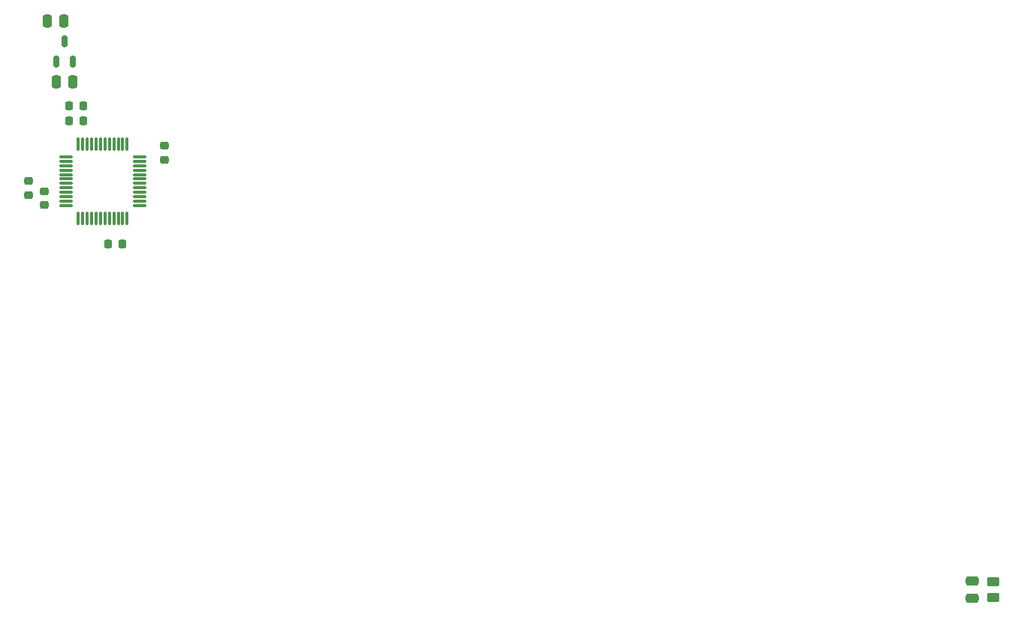
<source format=gbr>
%TF.GenerationSoftware,KiCad,Pcbnew,8.0.2*%
%TF.CreationDate,2025-12-13T15:02:25-08:00*%
%TF.ProjectId,mx-unsaver-main,6d782d75-6e73-4617-9665-722d6d61696e,rev?*%
%TF.SameCoordinates,Original*%
%TF.FileFunction,Paste,Top*%
%TF.FilePolarity,Positive*%
%FSLAX46Y46*%
G04 Gerber Fmt 4.6, Leading zero omitted, Abs format (unit mm)*
G04 Created by KiCad (PCBNEW 8.0.2) date 2025-12-13 15:02:25*
%MOMM*%
%LPD*%
G01*
G04 APERTURE LIST*
G04 Aperture macros list*
%AMRoundRect*
0 Rectangle with rounded corners*
0 $1 Rounding radius*
0 $2 $3 $4 $5 $6 $7 $8 $9 X,Y pos of 4 corners*
0 Add a 4 corners polygon primitive as box body*
4,1,4,$2,$3,$4,$5,$6,$7,$8,$9,$2,$3,0*
0 Add four circle primitives for the rounded corners*
1,1,$1+$1,$2,$3*
1,1,$1+$1,$4,$5*
1,1,$1+$1,$6,$7*
1,1,$1+$1,$8,$9*
0 Add four rect primitives between the rounded corners*
20,1,$1+$1,$2,$3,$4,$5,0*
20,1,$1+$1,$4,$5,$6,$7,0*
20,1,$1+$1,$6,$7,$8,$9,0*
20,1,$1+$1,$8,$9,$2,$3,0*%
G04 Aperture macros list end*
%ADD10RoundRect,0.250000X0.450000X-0.262500X0.450000X0.262500X-0.450000X0.262500X-0.450000X-0.262500X0*%
%ADD11RoundRect,0.250000X0.250000X0.475000X-0.250000X0.475000X-0.250000X-0.475000X0.250000X-0.475000X0*%
%ADD12RoundRect,0.225000X-0.225000X-0.250000X0.225000X-0.250000X0.225000X0.250000X-0.225000X0.250000X0*%
%ADD13RoundRect,0.250000X0.475000X-0.250000X0.475000X0.250000X-0.475000X0.250000X-0.475000X-0.250000X0*%
%ADD14RoundRect,0.225000X0.250000X-0.225000X0.250000X0.225000X-0.250000X0.225000X-0.250000X-0.225000X0*%
%ADD15RoundRect,0.225000X0.225000X0.250000X-0.225000X0.250000X-0.225000X-0.250000X0.225000X-0.250000X0*%
%ADD16RoundRect,0.150000X0.150000X-0.512500X0.150000X0.512500X-0.150000X0.512500X-0.150000X-0.512500X0*%
%ADD17RoundRect,0.075000X0.075000X-0.662500X0.075000X0.662500X-0.075000X0.662500X-0.075000X-0.662500X0*%
%ADD18RoundRect,0.075000X0.662500X-0.075000X0.662500X0.075000X-0.662500X0.075000X-0.662500X-0.075000X0*%
%ADD19RoundRect,0.225000X-0.250000X0.225000X-0.250000X-0.225000X0.250000X-0.225000X0.250000X0.225000X0*%
G04 APERTURE END LIST*
D10*
%TO.C,R1*%
X134923332Y-75002500D03*
X134923332Y-73177500D03*
%TD*%
D11*
%TO.C,C9*%
X31100000Y-16790000D03*
X29200000Y-16790000D03*
%TD*%
D12*
%TO.C,C1*%
X30703055Y-21273872D03*
X32253055Y-21273872D03*
%TD*%
D13*
%TO.C,C3*%
X132556666Y-75040000D03*
X132556666Y-73140000D03*
%TD*%
D12*
%TO.C,C4*%
X30703055Y-19576815D03*
X32253055Y-19576815D03*
%TD*%
D14*
%TO.C,C2*%
X27871810Y-30746285D03*
X27871810Y-29196285D03*
%TD*%
D15*
%TO.C,C7*%
X36655000Y-35120000D03*
X35105000Y-35120000D03*
%TD*%
D16*
%TO.C,U2*%
X29200000Y-14527500D03*
X31100000Y-14527500D03*
X30150000Y-12252500D03*
%TD*%
D17*
%TO.C,U1*%
X31720000Y-32202500D03*
X32220000Y-32202500D03*
X32720000Y-32202500D03*
X33220000Y-32202500D03*
X33720000Y-32202500D03*
X34220000Y-32202500D03*
X34720000Y-32202500D03*
X35220000Y-32202500D03*
X35720000Y-32202500D03*
X36220000Y-32202500D03*
X36720000Y-32202500D03*
X37220000Y-32202500D03*
D18*
X38632500Y-30790000D03*
X38632500Y-30290000D03*
X38632500Y-29790000D03*
X38632500Y-29290000D03*
X38632500Y-28790000D03*
X38632500Y-28290000D03*
X38632500Y-27790000D03*
X38632500Y-27290000D03*
X38632500Y-26790000D03*
X38632500Y-26290000D03*
X38632500Y-25790000D03*
X38632500Y-25290000D03*
D17*
X37220000Y-23877500D03*
X36720000Y-23877500D03*
X36220000Y-23877500D03*
X35720000Y-23877500D03*
X35220000Y-23877500D03*
X34720000Y-23877500D03*
X34220000Y-23877500D03*
X33720000Y-23877500D03*
X33220000Y-23877500D03*
X32720000Y-23877500D03*
X32220000Y-23877500D03*
X31720000Y-23877500D03*
D18*
X30307500Y-25290000D03*
X30307500Y-25790000D03*
X30307500Y-26290000D03*
X30307500Y-26790000D03*
X30307500Y-27290000D03*
X30307500Y-27790000D03*
X30307500Y-28290000D03*
X30307500Y-28790000D03*
X30307500Y-29290000D03*
X30307500Y-29790000D03*
X30307500Y-30290000D03*
X30307500Y-30790000D03*
%TD*%
D11*
%TO.C,C8*%
X30100000Y-9990000D03*
X28200000Y-9990000D03*
%TD*%
D14*
%TO.C,C6*%
X26104043Y-29585000D03*
X26104043Y-28035000D03*
%TD*%
D19*
%TO.C,C5*%
X41390000Y-24055000D03*
X41390000Y-25605000D03*
%TD*%
M02*

</source>
